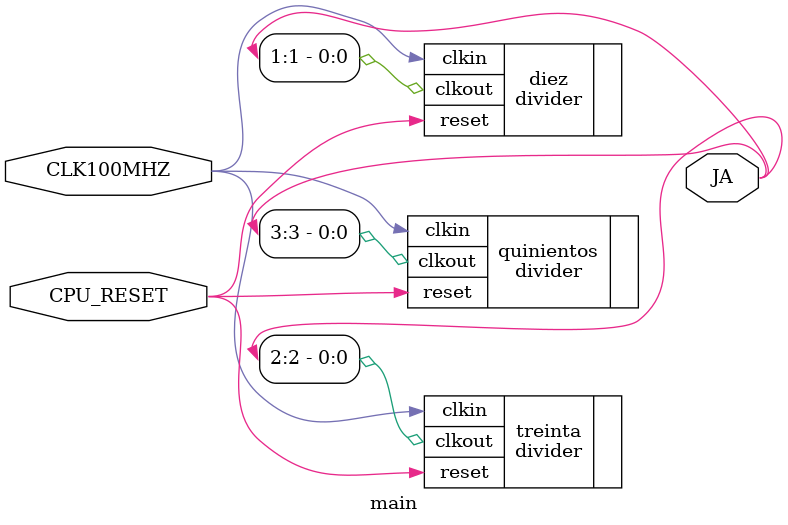
<source format=sv>
`timescale 1ns / 1ps


module main(
    input logic CLK100MHZ, CPU_RESET,
    output logic [3:1] JA
    ); 
    
    divider #(.maxcount(5000000)) diez(.clkin(CLK100MHZ),.reset(CPU_RESET),.clkout(JA[1]));
    divider #(.maxcount(1666666)) treinta(.clkin(CLK100MHZ),.reset(CPU_RESET),.clkout(JA[2]));
    divider #(.maxcount(100000)) quinientos(.clkin(CLK100MHZ),.reset(CPU_RESET),.clkout(JA[3]));
endmodule

</source>
